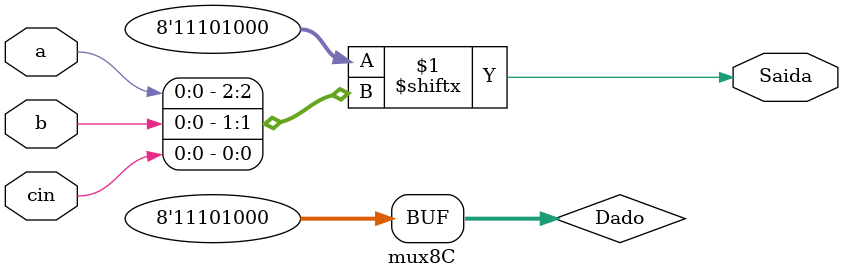
<source format=sv>
module mux8C(
input a,
input b,
input cin,
output Saida
);
logic [7:0] Dado;
assign Dado[0] = 0;
assign Dado[1] = 0;
assign Dado[2] = 0;
assign Dado[3] = 1;
assign Dado[4] = 0;
assign Dado[5] = 1;
assign Dado[6] = 1;
assign Dado[7] = 1;
assign Saida = Dado[{a, b, cin}];
endmodule
</source>
